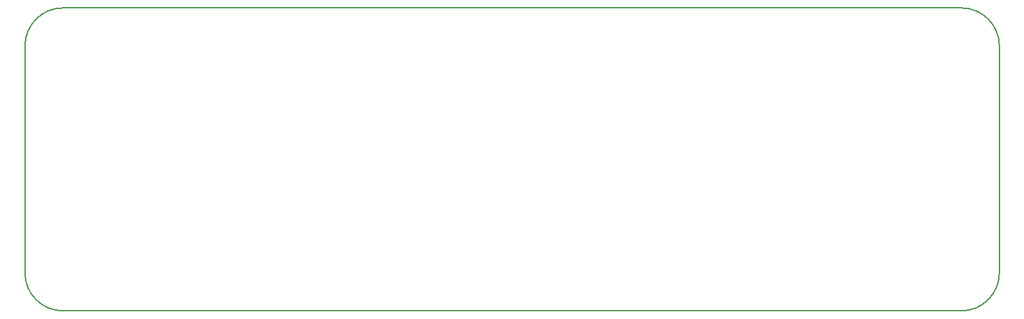
<source format=gm1>
G04 #@! TF.GenerationSoftware,KiCad,Pcbnew,7.0.1*
G04 #@! TF.CreationDate,2023-11-28T21:34:11+01:00*
G04 #@! TF.ProjectId,Gruzik2.0,4772757a-696b-4322-9e30-2e6b69636164,rev?*
G04 #@! TF.SameCoordinates,Original*
G04 #@! TF.FileFunction,Profile,NP*
%FSLAX46Y46*%
G04 Gerber Fmt 4.6, Leading zero omitted, Abs format (unit mm)*
G04 Created by KiCad (PCBNEW 7.0.1) date 2023-11-28 21:34:11*
%MOMM*%
%LPD*%
G01*
G04 APERTURE LIST*
G04 #@! TA.AperFunction,Profile*
%ADD10C,0.150000*%
G04 #@! TD*
G04 APERTURE END LIST*
D10*
X164338000Y-167974000D02*
X164338000Y-138096000D01*
X159338000Y-172974000D02*
G75*
G03*
X164338000Y-167974000I0J5000000D01*
G01*
X159338000Y-172974000D02*
X41322000Y-172974000D01*
X164338000Y-138096000D02*
G75*
G03*
X159338000Y-133096000I-5000000J0D01*
G01*
X36322000Y-167974000D02*
G75*
G03*
X41322000Y-172974000I5000000J0D01*
G01*
X36322000Y-138096000D02*
X36322000Y-167974000D01*
X159338000Y-133096000D02*
X41322000Y-133096000D01*
X41322000Y-133096000D02*
G75*
G03*
X36322000Y-138096000I0J-5000000D01*
G01*
M02*

</source>
